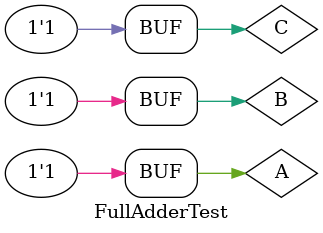
<source format=v>
`timescale 1ns / 1ps


module FullAdderTest;

	// Inputs
	reg A;
	reg B;
	reg C;

	// Outputs
	wire Sum;
	wire Cout;

	// Instantiate the Unit Under Test (UUT)
	FullAdder uut (
		.A(A), 
		.B(B), 
		.C(C), 
		.Sum(Sum), 
		.Cout(Cout)
	);

	initial begin
		// Initialize Inputs
		A = 0;
		B = 0;
		C = 0;

		// Wait 100 ns for global reset to finish
		#100;
        
		// Add stimulus here

		A = 0;
		B = 0;
		C = 1;
		
		#100;
		
		A = 0;
		B = 1;
		C = 0;
		
		#100;

		A = 0;
		B = 1;
		C = 1;
		
		#100;
		
		A = 1;
		B = 0;
		C = 0;
		
		#100;
		
		A = 1;
		B = 0;
		C = 1;
		
		#100;
		
		A = 1;
		B = 1;
		C = 0;
		
		#100;
		
		A = 1;
		B = 1;
		C = 1;
		
		#100;

	end
      
endmodule


</source>
